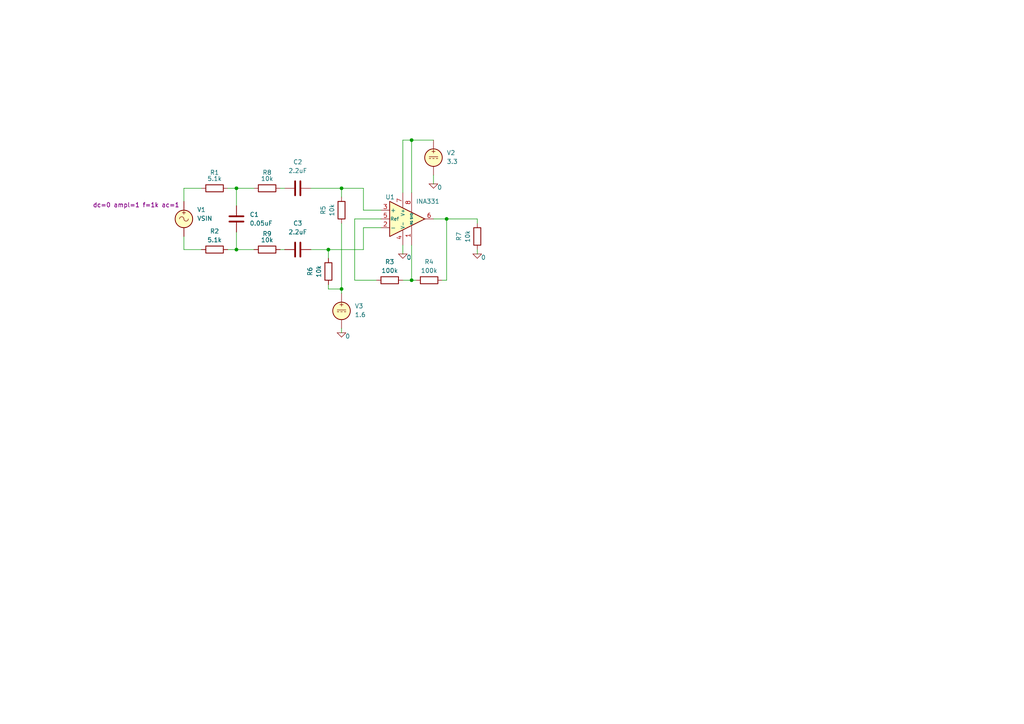
<source format=kicad_sch>
(kicad_sch (version 20231120) (generator "eeschema") (generator_version "8.0")
  (paper "A4")
  (lib_symbols
    (symbol "Device:C" (pin_numbers hide) (pin_names (offset 0.254))
      (property "Reference" "C" (at 0.635 2.54 0))
      (property "Value" "C" (at 0.635 -2.54 0))
      (symbol "C_0_1"
        (polyline (pts (xy -2.032 -0.762) (xy 2.032 -0.762)) (stroke (width 0.508)))
        (polyline (pts (xy -2.032 0.762) (xy 2.032 0.762)) (stroke (width 0.508)))
      )
      (symbol "C_1_1"
        (pin passive line (at 0 3.81 270) (length 2.794) (name "~") (number "1"))
        (pin passive line (at 0 -3.81 90) (length 2.794) (name "~") (number "2"))
      )
    )
    (symbol "Device:R" (pin_numbers hide) (pin_names (offset 0))
      (property "Reference" "R" (at 2.032 0 90))
      (property "Value" "R" (at 0 0 90))
      (symbol "R_0_1"
        (rectangle (start -1.016 -2.54) (end 1.016 2.54) (stroke (width 0.254)))
      )
      (symbol "R_1_1"
        (pin passive line (at 0 3.81 270) (length 1.27) (name "~") (number "1"))
        (pin passive line (at 0 -3.81 90) (length 1.27) (name "~") (number "2"))
      )
    )
    (symbol "Simulation_SPICE:0" (power) (pin_numbers hide) (pin_names (offset 0) hide)
      (property "Value" "0" (at 0 -2.54 0))
      (symbol "0_0_1"
        (polyline (pts (xy -1.27 0) (xy 0 -1.27) (xy 1.27 0) (xy -1.27 0)))
      )
      (symbol "0_1_1"
        (pin power_in line (at 0 0 0) (length 0) (name "~") (number "1"))
      )
    )
    (symbol "Simulation_SPICE:VDC" (pin_numbers hide) (pin_names (offset 0.0254))
      (property "Reference" "V" (at 2.54 2.54 0))
      (property "Value" "1" (at 2.54 0 0))
      (symbol "VDC_0_0"
        (polyline (pts (xy -1.27 0.254) (xy 1.27 0.254)))
        (polyline (pts (xy -0.762 -0.254) (xy -1.27 -0.254)))
        (polyline (pts (xy 0.254 -0.254) (xy -0.254 -0.254)))
        (polyline (pts (xy 1.27 -0.254) (xy 0.762 -0.254)))
        (text "+" (at 0 1.905 0) (effects (font (size 1.27 1.27))))
      )
      (symbol "VDC_0_1"
        (circle (center 0 0) (radius 2.54) (stroke (width 0.254)) (fill (type background)))
      )
      (symbol "VDC_1_1"
        (pin passive line (at 0 5.08 270) (length 2.54) (name "~") (number "1"))
        (pin passive line (at 0 -5.08 90) (length 2.54) (name "~") (number "2"))
      )
    )
    (symbol "Simulation_SPICE:VSIN" (pin_numbers hide) (pin_names (offset 0.0254))
      (property "Reference" "V" (at 2.54 2.54 0))
      (property "Value" "VSIN" (at 2.54 0 0))
      (property "Sim.Params" "dc=0 ampl=1 f=1k ac=1" (at 2.54 -2.54 0))
      (symbol "VSIN_0_0"
        (arc (start 0 0) (mid -0.635 0.6323) (end -1.27 0))
        (arc (start 0 0) (mid 0.635 -0.6323) (end 1.27 0))
        (text "+" (at 0 1.905 0) (effects (font (size 1.27 1.27))))
      )
      (symbol "VSIN_0_1"
        (circle (center 0 0) (radius 2.54) (stroke (width 0.254)) (fill (type background)))
      )
      (symbol "VSIN_1_1"
        (pin passive line (at 0 5.08 270) (length 2.54) (name "~") (number "1"))
        (pin passive line (at 0 -5.08 90) (length 2.54) (name "~") (number "2"))
      )
    )
    (symbol "simulate-rescue:INA331-Amplifier_Instrumentation" (pin_names (offset 0.127))
      (property "Reference" "U" (at 3.81 3.81 0))
      (property "Value" "INA331-Amplifier_Instrumentation" (at 3.81 -2.54 0))
      (symbol "INA331-Amplifier_Instrumentation_0_1"
        (polyline (pts (xy 5.08 0) (xy -5.08 5.08) (xy -5.08 -5.08) (xy 5.08 0)) (stroke (width 0.254)) (fill (type background)))
      )
      (symbol "INA331-Amplifier_Instrumentation_1_1"
        (pin input line (at 1.27 -7.62 90) (length 5.6896) (name "RG") (number "1"))
        (pin input line (at -7.62 -2.54 0) (length 2.54) (name "-") (number "2"))
        (pin input line (at -7.62 2.54 0) (length 2.54) (name "+") (number "3"))
        (pin power_in line (at -1.27 -7.62 90) (length 4.4958) (name "V-") (number "4"))
        (pin input line (at -7.62 0 0) (length 2.54) (name "Ref") (number "5"))
        (pin output line (at 7.62 0 180) (length 2.54) (name "~") (number "6"))
        (pin power_in line (at -1.27 7.62 270) (length 4.4958) (name "V+") (number "7"))
        (pin input line (at 1.27 7.62 270) (length 5.6896) (name "SHD") (number "8"))
      )
    )
  )
  (junction (at 129.54 63.5))
  (junction (at 68.58 72.39))
  (junction (at 119.38 40.64))
  (junction (at 99.06 54.61))
  (junction (at 68.58 54.61))
  (junction (at 99.06 83.82))
  (junction (at 119.38 81.28))
  (junction (at 95.25 72.39))
  (wire (pts (xy 99.06 54.61) (xy 99.06 57.15)))
  (wire (pts (xy 125.73 50.8) (xy 125.73 53.34)))
  (wire (pts (xy 66.04 72.39) (xy 68.58 72.39)))
  (wire (pts (xy 116.84 40.64) (xy 116.84 55.88)))
  (wire (pts (xy 68.58 54.61) (xy 73.66 54.61)))
  (wire (pts (xy 128.27 81.28) (xy 129.54 81.28)))
  (wire (pts (xy 95.25 72.39) (xy 95.25 74.93)))
  (wire (pts (xy 102.87 81.28) (xy 109.22 81.28)))
  (wire (pts (xy 99.06 95.25) (xy 99.06 96.52)))
  (wire (pts (xy 102.87 81.28) (xy 102.87 63.5)))
  (wire (pts (xy 138.43 72.39) (xy 138.43 73.66)))
  (wire (pts (xy 66.04 54.61) (xy 68.58 54.61)))
  (wire (pts (xy 105.41 60.96) (xy 110.49 60.96)))
  (wire (pts (xy 99.06 54.61) (xy 105.41 54.61)))
  (wire (pts (xy 119.38 81.28) (xy 120.65 81.28)))
  (wire (pts (xy 119.38 71.12) (xy 119.38 81.28)))
  (wire (pts (xy 119.38 40.64) (xy 116.84 40.64)))
  (wire (pts (xy 95.25 83.82) (xy 99.06 83.82)))
  (wire (pts (xy 125.73 40.64) (xy 119.38 40.64)))
  (wire (pts (xy 105.41 54.61) (xy 105.41 60.96)))
  (wire (pts (xy 138.43 64.77) (xy 138.43 63.5)))
  (wire (pts (xy 68.58 54.61) (xy 68.58 59.69)))
  (wire (pts (xy 53.34 72.39) (xy 58.42 72.39)))
  (wire (pts (xy 119.38 40.64) (xy 119.38 55.88)))
  (wire (pts (xy 53.34 58.42) (xy 53.34 54.61)))
  (wire (pts (xy 138.43 63.5) (xy 129.54 63.5)))
  (wire (pts (xy 116.84 71.12) (xy 116.84 73.66)))
  (wire (pts (xy 53.34 68.58) (xy 53.34 72.39)))
  (wire (pts (xy 53.34 54.61) (xy 58.42 54.61)))
  (wire (pts (xy 81.28 72.39) (xy 82.55 72.39)))
  (wire (pts (xy 68.58 72.39) (xy 68.58 67.31)))
  (wire (pts (xy 95.25 82.55) (xy 95.25 83.82)))
  (wire (pts (xy 90.17 54.61) (xy 99.06 54.61)))
  (wire (pts (xy 99.06 83.82) (xy 99.06 85.09)))
  (wire (pts (xy 129.54 81.28) (xy 129.54 63.5)))
  (wire (pts (xy 81.28 54.61) (xy 82.55 54.61)))
  (wire (pts (xy 116.84 81.28) (xy 119.38 81.28)))
  (wire (pts (xy 68.58 72.39) (xy 73.66 72.39)))
  (wire (pts (xy 129.54 63.5) (xy 125.73 63.5)))
  (wire (pts (xy 99.06 64.77) (xy 99.06 83.82)))
  (wire (pts (xy 105.41 72.39) (xy 105.41 66.04)))
  (wire (pts (xy 105.41 66.04) (xy 110.49 66.04)))
  (wire (pts (xy 90.17 72.39) (xy 95.25 72.39)))
  (wire (pts (xy 102.87 63.5) (xy 110.49 63.5)))
  (wire (pts (xy 95.25 72.39) (xy 105.41 72.39)))
  (symbol (lib_id "Device:C") (at 86.36 54.61 90) (unit 1)
    (property "Reference" "C2" (at 86.36 46.99 90))
    (property "Value" "2.2uF" (at 86.36 49.53 90))
    (property "Description" "Unpolarized capacitor" (effects (hide yes)))
  )
  (symbol (lib_id "Simulation_SPICE:0") (at 116.84 73.66 0) (unit 1)
    (property "Reference" "#GND02" (effects (hide yes)))
    (property "Value" "0" (at 118.618 74.676 0))
    (property "Datasheet" "https://ngspice.sourceforge.io/docs/ngspice-html-manual/manual.xhtml#subsec_Circuit_elements__device" (effects (hide yes)))
    (property "Description" "0V reference potential for simulation" (effects (hide yes)))
  )
  (symbol (lib_id "Device:R") (at 77.47 54.61 90) (unit 1)
    (property "Reference" "R8" (at 77.47 50.038 90))
    (property "Value" "10k" (at 77.47 51.816 90))
    (property "Description" "Resistor" (effects (hide yes)))
  )
  (symbol (lib_id "Simulation_SPICE:0") (at 99.06 96.52 0) (unit 1)
    (property "Reference" "#GND03" (effects (hide yes)))
    (property "Value" "0" (at 100.838 97.536 0))
    (property "Datasheet" "https://ngspice.sourceforge.io/docs/ngspice-html-manual/manual.xhtml#subsec_Circuit_elements__device" (effects (hide yes)))
    (property "Description" "0V reference potential for simulation" (effects (hide yes)))
  )
  (symbol (lib_id "Device:R") (at 113.03 81.28 90) (unit 1)
    (property "Reference" "R3" (at 113.03 75.946 90))
    (property "Value" "100k" (at 113.03 78.486 90))
    (property "Description" "Resistor" (effects (hide yes)))
  )
  (symbol (lib_id "Device:C") (at 68.58 63.5 0) (unit 1)
    (property "Reference" "C1" (at 72.39 62.2299 0) (effects (justify left)))
    (property "Value" "0.05uF" (at 72.39 64.7699 0) (effects (justify left)))
    (property "Description" "Unpolarized capacitor" (effects (hide yes)))
  )
  (symbol (lib_id "Device:R") (at 95.25 78.74 180) (unit 1)
    (property "Reference" "R6" (at 89.916 78.74 90))
    (property "Value" "10k" (at 92.456 78.74 90))
    (property "Description" "Resistor" (effects (hide yes)))
  )
  (symbol (lib_id "Device:R") (at 124.46 81.28 90) (unit 1)
    (property "Reference" "R4" (at 124.46 75.946 90))
    (property "Value" "100k" (at 124.46 78.486 90))
    (property "Description" "Resistor" (effects (hide yes)))
  )
  (symbol (lib_id "simulate-rescue:INA331-Amplifier_Instrumentation") (at 118.11 63.5 0) (unit 1)
    (property "Reference" "U1" (at 111.76 57.15 0) (effects (justify left)))
    (property "Value" "INA331" (at 120.65 58.42 0) (effects (justify left)))
    (property "Datasheet" "http://www.ti.com/lit/ds/symlink/ina282.pdf" (effects (hide yes)))
    (property "Sim.Library" "libs\\INA331.LIB" (effects (hide yes)))
    (property "Sim.Name" "INA331" (effects (hide yes)))
    (property "Sim.Pins" "1=1 2=2 3=3 4=4 5=5 6=6 7=7 8=8" (effects (hide yes)))
    (property "Sim.Device" "SUBCKT" (effects (hide yes)))
  )
  (symbol (lib_id "Device:R") (at 138.43 68.58 180) (unit 1)
    (property "Reference" "R7" (at 133.096 68.58 90))
    (property "Value" "10k" (at 135.636 68.58 90))
    (property "Description" "Resistor" (effects (hide yes)))
  )
  (symbol (lib_id "Simulation_SPICE:VSIN") (at 53.34 63.5 0) (unit 1)
    (property "Reference" "V1" (at 57.15 60.8301 0) (effects (justify left)))
    (property "Value" "VSIN" (at 57.15 63.3701 0) (effects (justify left)))
    (property "Datasheet" "https://ngspice.sourceforge.io/docs/ngspice-html-manual/manual.xhtml#sec_Independent_Sources_for" (effects (hide yes)))
    (property "Description" "Voltage source, sinusoidal" (effects (hide yes)))
    (property "Sim.Pins" "1=+ 2=-" (effects (hide yes)))
    (property "Sim.Params" "dc=0 ampl=1 f=1k ac=1" (at 26.924 59.436 0) (effects (justify left)))
    (property "Sim.Type" "SIN" (effects (hide yes)))
    (property "Sim.Device" "V" (effects (hide yes)))
  )
  (symbol (lib_id "Simulation_SPICE:0") (at 138.43 73.66 0) (unit 1)
    (property "Reference" "#GND04" (effects (hide yes)))
    (property "Value" "0" (at 140.208 74.676 0))
    (property "Datasheet" "https://ngspice.sourceforge.io/docs/ngspice-html-manual/manual.xhtml#subsec_Circuit_elements__device" (effects (hide yes)))
    (property "Description" "0V reference potential for simulation" (effects (hide yes)))
  )
  (symbol (lib_id "Device:R") (at 99.06 60.96 180) (unit 1)
    (property "Reference" "R5" (at 93.726 60.96 90))
    (property "Value" "10k" (at 96.266 60.96 90))
    (property "Description" "Resistor" (effects (hide yes)))
  )
  (symbol (lib_id "Device:C") (at 86.36 72.39 90) (unit 1)
    (property "Reference" "C3" (at 86.36 64.77 90))
    (property "Value" "2.2uF" (at 86.36 67.31 90))
    (property "Description" "Unpolarized capacitor" (effects (hide yes)))
  )
  (symbol (lib_id "Device:R") (at 77.47 72.39 90) (unit 1)
    (property "Reference" "R9" (at 77.47 67.818 90))
    (property "Value" "10k" (at 77.47 69.596 90))
    (property "Description" "Resistor" (effects (hide yes)))
  )
  (symbol (lib_id "Simulation_SPICE:VDC") (at 99.06 90.17 0) (unit 1)
    (property "Reference" "V3" (at 102.87 88.7701 0) (effects (justify left)))
    (property "Value" "1.6" (at 102.87 91.3101 0) (effects (justify left)))
    (property "Datasheet" "https://ngspice.sourceforge.io/docs/ngspice-html-manual/manual.xhtml#sec_Independent_Sources_for" (effects (hide yes)))
    (property "Description" "Voltage source, DC" (effects (hide yes)))
    (property "Sim.Pins" "1=+ 2=-" (effects (hide yes)))
    (property "Sim.Type" "DC" (effects (hide yes)))
    (property "Sim.Device" "V" (effects (hide yes)))
  )
  (symbol (lib_id "Device:R") (at 62.23 72.39 90) (unit 1)
    (property "Reference" "R2" (at 62.23 67.056 90))
    (property "Value" "5.1k" (at 62.23 69.596 90))
    (property "Description" "Resistor" (effects (hide yes)))
  )
  (symbol (lib_id "Simulation_SPICE:VDC") (at 125.73 45.72 0) (unit 1)
    (property "Reference" "V2" (at 129.54 44.3201 0) (effects (justify left)))
    (property "Value" "3.3" (at 129.54 46.8601 0) (effects (justify left)))
    (property "Datasheet" "https://ngspice.sourceforge.io/docs/ngspice-html-manual/manual.xhtml#sec_Independent_Sources_for" (effects (hide yes)))
    (property "Description" "Voltage source, DC" (effects (hide yes)))
    (property "Sim.Pins" "1=+ 2=-" (effects (hide yes)))
    (property "Sim.Type" "DC" (effects (hide yes)))
    (property "Sim.Device" "V" (effects (hide yes)))
  )
  (symbol (lib_id "Device:R") (at 62.23 54.61 90) (unit 1)
    (property "Reference" "R1" (at 62.23 50.038 90))
    (property "Value" "5.1k" (at 62.23 51.816 90))
    (property "Description" "Resistor" (effects (hide yes)))
  )
  (symbol (lib_id "Simulation_SPICE:0") (at 125.73 53.34 0) (unit 1)
    (property "Reference" "#GND01" (effects (hide yes)))
    (property "Value" "0" (at 127.508 54.356 0))
    (property "Datasheet" "https://ngspice.sourceforge.io/docs/ngspice-html-manual/manual.xhtml#subsec_Circuit_elements__device" (effects (hide yes)))
    (property "Description" "0V reference potential for simulation" (effects (hide yes)))
  )
)
</source>
